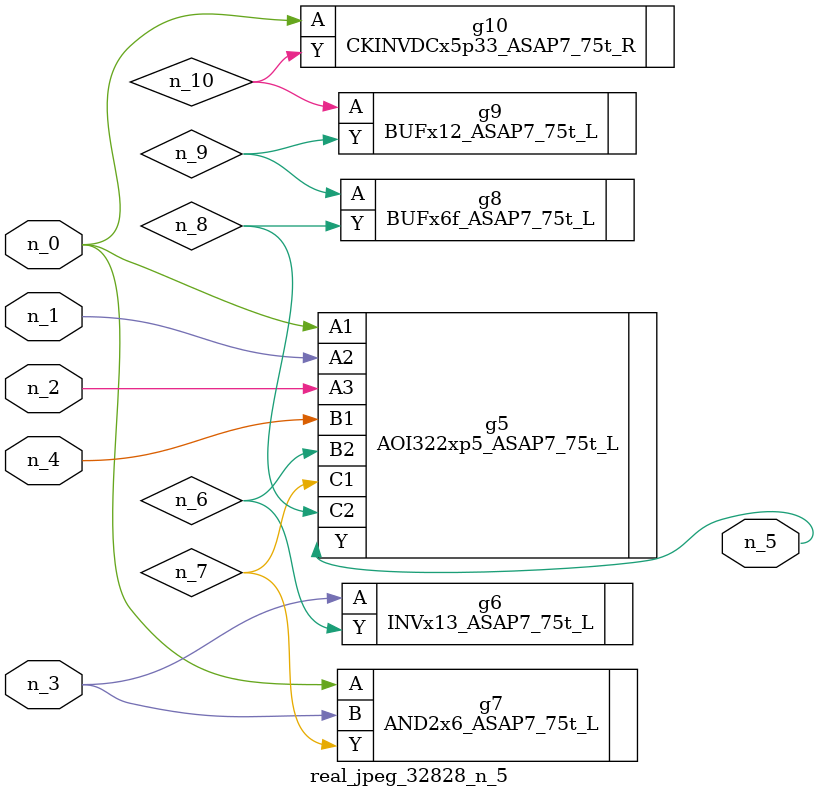
<source format=v>
module real_jpeg_32828_n_5 (n_4, n_0, n_1, n_2, n_3, n_5);

input n_4;
input n_0;
input n_1;
input n_2;
input n_3;

output n_5;

wire n_8;
wire n_6;
wire n_7;
wire n_10;
wire n_9;

AOI322xp5_ASAP7_75t_L g5 ( 
.A1(n_0),
.A2(n_1),
.A3(n_2),
.B1(n_4),
.B2(n_6),
.C1(n_7),
.C2(n_8),
.Y(n_5)
);

AND2x6_ASAP7_75t_L g7 ( 
.A(n_0),
.B(n_3),
.Y(n_7)
);

CKINVDCx5p33_ASAP7_75t_R g10 ( 
.A(n_0),
.Y(n_10)
);

INVx13_ASAP7_75t_L g6 ( 
.A(n_3),
.Y(n_6)
);

BUFx6f_ASAP7_75t_L g8 ( 
.A(n_9),
.Y(n_8)
);

BUFx12_ASAP7_75t_L g9 ( 
.A(n_10),
.Y(n_9)
);


endmodule
</source>
